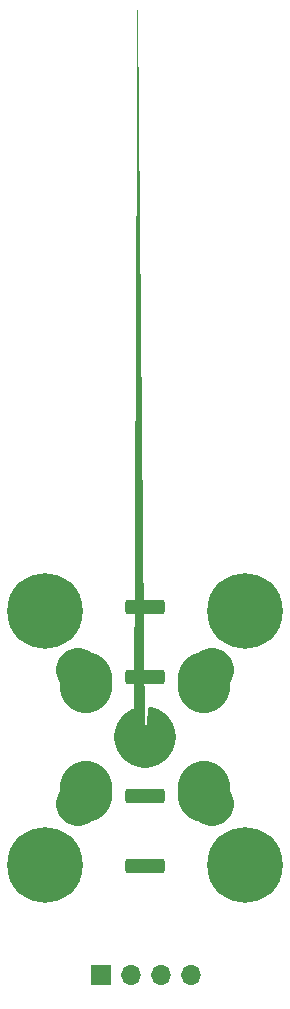
<source format=gbr>
%TF.GenerationSoftware,KiCad,Pcbnew,7.0.7*%
%TF.CreationDate,2023-09-04T20:44:38-04:00*%
%TF.ProjectId,minimal,6d696e69-6d61-46c2-9e6b-696361645f70,rev?*%
%TF.SameCoordinates,Original*%
%TF.FileFunction,Soldermask,Bot*%
%TF.FilePolarity,Negative*%
%FSLAX46Y46*%
G04 Gerber Fmt 4.6, Leading zero omitted, Abs format (unit mm)*
G04 Created by KiCad (PCBNEW 7.0.7) date 2023-09-04 20:44:38*
%MOMM*%
%LPD*%
G01*
G04 APERTURE LIST*
G04 Aperture macros list*
%AMRoundRect*
0 Rectangle with rounded corners*
0 $1 Rounding radius*
0 $2 $3 $4 $5 $6 $7 $8 $9 X,Y pos of 4 corners*
0 Add a 4 corners polygon primitive as box body*
4,1,4,$2,$3,$4,$5,$6,$7,$8,$9,$2,$3,0*
0 Add four circle primitives for the rounded corners*
1,1,$1+$1,$2,$3*
1,1,$1+$1,$4,$5*
1,1,$1+$1,$6,$7*
1,1,$1+$1,$8,$9*
0 Add four rect primitives between the rounded corners*
20,1,$1+$1,$2,$3,$4,$5,0*
20,1,$1+$1,$4,$5,$6,$7,0*
20,1,$1+$1,$6,$7,$8,$9,0*
20,1,$1+$1,$8,$9,$2,$3,0*%
%AMFreePoly0*
4,1,45,0.263282,1.831170,0.521205,1.775062,0.768518,1.682819,1.000186,1.556319,1.211492,1.398137,1.398137,1.211492,1.556319,1.000186,1.682819,0.768518,1.775062,0.521205,1.831170,0.263282,1.850000,0.000000,1.831170,-0.263282,1.775062,-0.521205,1.682819,-0.768518,1.556319,-1.000186,1.398137,-1.211492,1.211492,-1.398137,1.000186,-1.556319,0.768518,-1.682819,0.521205,-1.775062,
0.263282,-1.831170,0.000000,-1.850000,-0.263282,-1.831170,-0.521205,-1.775062,-0.768518,-1.682819,-1.000186,-1.556319,-1.211492,-1.398137,-1.398137,-1.211492,-1.556319,-1.000186,-1.682819,-0.768518,-1.775062,-0.521205,-1.831170,-0.263282,-1.850000,0.000000,-1.831170,0.263282,-1.775062,0.521205,-1.682819,0.768518,-1.556319,1.000186,-1.398137,1.211492,-1.211492,1.398137,-1.000186,1.556319,
-0.768518,1.682819,-0.521205,1.775062,-0.263282,1.831170,0.000000,1.850000,0.263282,1.831170,0.263282,1.831170,$1*%
%AMFreePoly1*
4,1,49,0.287158,2.181179,0.569402,2.125037,0.841904,2.032535,1.100000,1.905256,1.339275,1.745377,1.555635,1.555635,1.745377,1.339275,1.905256,1.100000,2.032535,0.841904,2.125037,0.569402,2.181179,0.287158,2.200000,0.000000,2.181179,-0.287158,2.125037,-0.569402,2.032535,-0.841904,1.905256,-1.100000,1.745377,-1.339275,1.555635,-1.555635,1.339275,-1.745377,1.100000,-1.905256,
0.841904,-2.032535,0.569402,-2.125037,0.287158,-2.181179,0.000000,-2.200000,-0.287158,-2.181179,-0.569402,-2.125037,-0.841904,-2.032535,-1.100000,-1.905256,-1.339275,-1.745377,-1.555635,-1.555635,-1.745377,-1.339275,-1.905256,-1.100000,-2.032535,-0.841904,-2.125037,-0.569402,-2.181179,-0.287158,-2.200000,0.000000,-2.181179,0.287158,-2.125037,0.569402,-2.032535,0.841904,-1.905256,1.100000,
-1.745377,1.339275,-1.555635,1.555635,-1.339275,1.745377,-1.100000,1.905256,-0.841904,2.032535,-0.569402,2.125037,-0.287158,2.181179,0.000000,2.200000,0.287158,2.181179,0.287158,2.181179,$1*%
%AMFreePoly2*
4,1,53,0.313395,2.581043,0.622221,2.524449,0.921973,2.431042,1.208280,2.302186,1.476968,2.139758,1.724119,1.946128,1.946128,1.724119,2.139758,1.476968,2.302186,1.208280,2.431042,0.921973,2.524449,0.622221,2.581043,0.313395,2.600000,0.000000,2.581043,-0.313395,2.524449,-0.622221,2.431042,-0.921973,2.302186,-1.208280,2.139758,-1.476968,1.946128,-1.724119,1.724119,-1.946128,
1.476968,-2.139758,1.208280,-2.302186,0.921973,-2.431042,0.622221,-2.524449,0.313395,-2.581043,0.000000,-2.600000,-0.313395,-2.581043,-0.622221,-2.524449,-0.921973,-2.431042,-1.208280,-2.302186,-1.476968,-2.139758,-1.724119,-1.946128,-1.946128,-1.724119,-2.139758,-1.476968,-2.302186,-1.208280,-2.431042,-0.921973,-2.524449,-0.622221,-2.581043,-0.313395,-2.600000,0.000000,-2.581043,0.313395,
-2.524449,0.622221,-2.431042,0.921973,-2.302186,1.208280,-2.139758,1.476968,-1.946128,1.724119,-1.724119,1.946128,-1.476968,2.139758,-1.208280,2.302186,-0.921973,2.431042,-0.622221,2.524449,-0.313395,2.581043,0.000000,2.600000,0.313395,2.581043,0.313395,2.581043,$1*%
G04 Aperture macros list end*
%ADD10R,1.700000X1.700000*%
%ADD11O,1.700000X1.700000*%
%ADD12C,0.800000*%
%ADD13C,6.400000*%
%ADD14FreePoly0,0.000000*%
%ADD15FreePoly1,0.000000*%
%ADD16FreePoly2,0.000000*%
%ADD17RoundRect,0.250000X1.425000X-0.362500X1.425000X0.362500X-1.425000X0.362500X-1.425000X-0.362500X0*%
G04 APERTURE END LIST*
D10*
%TO.C,J1*%
X8260000Y-34300000D03*
D11*
X10800000Y-34300000D03*
X13340000Y-34300000D03*
X15880000Y-34300000D03*
%TD*%
D12*
%TO.C,H1*%
X1100000Y-3500000D03*
X1802944Y-1802944D03*
X1802944Y-5197056D03*
X3500000Y-1100000D03*
D13*
X3500000Y-3500000D03*
D12*
X3500000Y-5900000D03*
X5197056Y-1802944D03*
X5197056Y-5197056D03*
X5900000Y-3500000D03*
%TD*%
D14*
%TO.C,U1*%
X6343146Y-8493146D03*
X6343146Y-19806854D03*
D15*
X7000000Y-9150000D03*
X7000000Y-9900000D03*
X7000000Y-18400000D03*
X7000000Y-19150000D03*
D16*
X12000000Y-14150000D03*
D15*
X17000000Y-9150000D03*
X17000000Y-9900000D03*
X17000000Y-18400000D03*
X17000000Y-19150000D03*
D14*
X17656854Y-8493146D03*
X17656854Y-19806854D03*
%TD*%
D12*
%TO.C,H2*%
X18100000Y-3500000D03*
X18802944Y-1802944D03*
X18802944Y-5197056D03*
X20500000Y-1100000D03*
D13*
X20500000Y-3500000D03*
D12*
X20500000Y-5900000D03*
X22197056Y-1802944D03*
X22197056Y-5197056D03*
X22900000Y-3500000D03*
%TD*%
%TO.C,H3*%
X1100000Y-25000000D03*
X1802944Y-23302944D03*
X1802944Y-26697056D03*
X3500000Y-22600000D03*
D13*
X3500000Y-25000000D03*
D12*
X3500000Y-27400000D03*
X5197056Y-23302944D03*
X5197056Y-26697056D03*
X5900000Y-25000000D03*
%TD*%
%TO.C,H4*%
X18100000Y-25000000D03*
X18802944Y-23302944D03*
X18802944Y-26697056D03*
X20500000Y-22600000D03*
D13*
X20500000Y-25000000D03*
D12*
X20500000Y-27400000D03*
X22197056Y-23302944D03*
X22197056Y-26697056D03*
X22900000Y-25000000D03*
%TD*%
D17*
%TO.C,R2*%
X12000000Y-25112500D03*
X12000000Y-19187500D03*
%TD*%
%TO.C,R4*%
X12000000Y-9112500D03*
X12000000Y-3187500D03*
%TD*%
M02*

</source>
